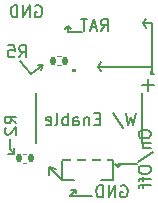
<source format=gbo>
%TF.GenerationSoftware,KiCad,Pcbnew,7.0.7*%
%TF.CreationDate,2023-12-15T10:49:53-05:00*%
%TF.ProjectId,Conference Circuit 1214,436f6e66-6572-4656-9e63-652043697263,rev?*%
%TF.SameCoordinates,Original*%
%TF.FileFunction,Legend,Bot*%
%TF.FilePolarity,Positive*%
%FSLAX46Y46*%
G04 Gerber Fmt 4.6, Leading zero omitted, Abs format (unit mm)*
G04 Created by KiCad (PCBNEW 7.0.7) date 2023-12-15 10:49:53*
%MOMM*%
%LPD*%
G01*
G04 APERTURE LIST*
G04 Aperture macros list*
%AMRoundRect*
0 Rectangle with rounded corners*
0 $1 Rounding radius*
0 $2 $3 $4 $5 $6 $7 $8 $9 X,Y pos of 4 corners*
0 Add a 4 corners polygon primitive as box body*
4,1,4,$2,$3,$4,$5,$6,$7,$8,$9,$2,$3,0*
0 Add four circle primitives for the rounded corners*
1,1,$1+$1,$2,$3*
1,1,$1+$1,$4,$5*
1,1,$1+$1,$6,$7*
1,1,$1+$1,$8,$9*
0 Add four rect primitives between the rounded corners*
20,1,$1+$1,$2,$3,$4,$5,0*
20,1,$1+$1,$4,$5,$6,$7,0*
20,1,$1+$1,$6,$7,$8,$9,0*
20,1,$1+$1,$8,$9,$2,$3,0*%
G04 Aperture macros list end*
%ADD10C,0.150000*%
%ADD11C,0.152400*%
%ADD12C,0.120000*%
%ADD13C,1.200000*%
%ADD14C,1.600200*%
%ADD15R,0.558800X2.286000*%
%ADD16RoundRect,0.135000X-0.135000X-0.185000X0.135000X-0.185000X0.135000X0.185000X-0.135000X0.185000X0*%
G04 APERTURE END LIST*
D10*
X154793300Y-104214600D02*
X153670000Y-103124000D01*
X155321000Y-91440000D02*
X155321000Y-91694000D01*
X155321000Y-91186000D02*
X155575000Y-91440000D01*
X157861000Y-94615000D02*
X161544000Y-94615000D01*
X161544000Y-96139000D02*
X162560000Y-96139000D01*
X153162000Y-94488000D02*
X153035000Y-94869000D01*
X162433000Y-94615000D02*
X162433000Y-95123000D01*
X157861000Y-94615000D02*
X158115000Y-94996000D01*
X150749000Y-101981000D02*
X150749000Y-101473000D01*
X162433000Y-95123000D02*
X162306000Y-95250000D01*
X159512000Y-102997000D02*
X159512000Y-103124000D01*
X162433000Y-90932000D02*
X161671000Y-90932000D01*
X150368000Y-101600000D02*
X150749000Y-101981000D01*
X151257000Y-94107000D02*
X152146000Y-95250000D01*
X155321000Y-91440000D02*
X155321000Y-91186000D01*
X157861000Y-94615000D02*
X158115000Y-94234000D01*
X155448000Y-105537000D02*
X155956000Y-105029000D01*
X155956000Y-105029000D02*
X155575000Y-105029000D01*
X153670000Y-103124000D02*
X154305000Y-103251000D01*
X162306000Y-95250000D02*
X162306000Y-94996000D01*
X162433000Y-94615000D02*
X162433000Y-90932000D01*
X161544000Y-94615000D02*
X162433000Y-94615000D01*
X155321000Y-91694000D02*
X156464000Y-91694000D01*
X161671000Y-90932000D02*
X161925000Y-91313000D01*
X157353000Y-105537000D02*
X155448000Y-105537000D01*
X162052000Y-95631000D02*
X162052000Y-96647000D01*
X152146000Y-95250000D02*
X153162000Y-94488000D01*
X159512000Y-103124000D02*
X159766000Y-102870000D01*
X150368000Y-100711000D02*
X150368000Y-101600000D01*
X162306000Y-95250000D02*
X162560000Y-95250000D01*
X159512000Y-102870000D02*
X161163000Y-102870000D01*
X159512000Y-103124000D02*
X159258000Y-102870000D01*
X153670000Y-103124000D02*
X153670000Y-103759000D01*
X154793300Y-102467422D02*
X159136700Y-102467422D01*
X150749000Y-101981000D02*
X150241000Y-101981000D01*
X161671000Y-90932000D02*
X161925000Y-90551000D01*
X155956000Y-105029000D02*
X155956000Y-105283000D01*
X155321000Y-91186000D02*
X155067000Y-91440000D01*
X153162000Y-94488000D02*
X152781000Y-94488000D01*
X159512000Y-102997000D02*
X159512000Y-102870000D01*
X161048458Y-98564819D02*
X160810363Y-99564819D01*
X160810363Y-99564819D02*
X160619887Y-98850533D01*
X160619887Y-98850533D02*
X160429411Y-99564819D01*
X160429411Y-99564819D02*
X160191316Y-98564819D01*
X159096078Y-98517200D02*
X159953220Y-99802914D01*
X158000839Y-99041009D02*
X157667506Y-99041009D01*
X157524649Y-99564819D02*
X158000839Y-99564819D01*
X158000839Y-99564819D02*
X158000839Y-98564819D01*
X158000839Y-98564819D02*
X157524649Y-98564819D01*
X157096077Y-98898152D02*
X157096077Y-99564819D01*
X157096077Y-98993390D02*
X157048458Y-98945771D01*
X157048458Y-98945771D02*
X156953220Y-98898152D01*
X156953220Y-98898152D02*
X156810363Y-98898152D01*
X156810363Y-98898152D02*
X156715125Y-98945771D01*
X156715125Y-98945771D02*
X156667506Y-99041009D01*
X156667506Y-99041009D02*
X156667506Y-99564819D01*
X155762744Y-99564819D02*
X155762744Y-99041009D01*
X155762744Y-99041009D02*
X155810363Y-98945771D01*
X155810363Y-98945771D02*
X155905601Y-98898152D01*
X155905601Y-98898152D02*
X156096077Y-98898152D01*
X156096077Y-98898152D02*
X156191315Y-98945771D01*
X155762744Y-99517200D02*
X155857982Y-99564819D01*
X155857982Y-99564819D02*
X156096077Y-99564819D01*
X156096077Y-99564819D02*
X156191315Y-99517200D01*
X156191315Y-99517200D02*
X156238934Y-99421961D01*
X156238934Y-99421961D02*
X156238934Y-99326723D01*
X156238934Y-99326723D02*
X156191315Y-99231485D01*
X156191315Y-99231485D02*
X156096077Y-99183866D01*
X156096077Y-99183866D02*
X155857982Y-99183866D01*
X155857982Y-99183866D02*
X155762744Y-99136247D01*
X155286553Y-99564819D02*
X155286553Y-98564819D01*
X155286553Y-98945771D02*
X155191315Y-98898152D01*
X155191315Y-98898152D02*
X155000839Y-98898152D01*
X155000839Y-98898152D02*
X154905601Y-98945771D01*
X154905601Y-98945771D02*
X154857982Y-98993390D01*
X154857982Y-98993390D02*
X154810363Y-99088628D01*
X154810363Y-99088628D02*
X154810363Y-99374342D01*
X154810363Y-99374342D02*
X154857982Y-99469580D01*
X154857982Y-99469580D02*
X154905601Y-99517200D01*
X154905601Y-99517200D02*
X155000839Y-99564819D01*
X155000839Y-99564819D02*
X155191315Y-99564819D01*
X155191315Y-99564819D02*
X155286553Y-99517200D01*
X154238934Y-99564819D02*
X154334172Y-99517200D01*
X154334172Y-99517200D02*
X154381791Y-99421961D01*
X154381791Y-99421961D02*
X154381791Y-98564819D01*
X153477029Y-99517200D02*
X153572267Y-99564819D01*
X153572267Y-99564819D02*
X153762743Y-99564819D01*
X153762743Y-99564819D02*
X153857981Y-99517200D01*
X153857981Y-99517200D02*
X153905600Y-99421961D01*
X153905600Y-99421961D02*
X153905600Y-99041009D01*
X153905600Y-99041009D02*
X153857981Y-98945771D01*
X153857981Y-98945771D02*
X153762743Y-98898152D01*
X153762743Y-98898152D02*
X153572267Y-98898152D01*
X153572267Y-98898152D02*
X153477029Y-98945771D01*
X153477029Y-98945771D02*
X153429410Y-99041009D01*
X153429410Y-99041009D02*
X153429410Y-99136247D01*
X153429410Y-99136247D02*
X153905600Y-99231485D01*
X159794411Y-104708438D02*
X159889649Y-104660819D01*
X159889649Y-104660819D02*
X160032506Y-104660819D01*
X160032506Y-104660819D02*
X160175363Y-104708438D01*
X160175363Y-104708438D02*
X160270601Y-104803676D01*
X160270601Y-104803676D02*
X160318220Y-104898914D01*
X160318220Y-104898914D02*
X160365839Y-105089390D01*
X160365839Y-105089390D02*
X160365839Y-105232247D01*
X160365839Y-105232247D02*
X160318220Y-105422723D01*
X160318220Y-105422723D02*
X160270601Y-105517961D01*
X160270601Y-105517961D02*
X160175363Y-105613200D01*
X160175363Y-105613200D02*
X160032506Y-105660819D01*
X160032506Y-105660819D02*
X159937268Y-105660819D01*
X159937268Y-105660819D02*
X159794411Y-105613200D01*
X159794411Y-105613200D02*
X159746792Y-105565580D01*
X159746792Y-105565580D02*
X159746792Y-105232247D01*
X159746792Y-105232247D02*
X159937268Y-105232247D01*
X159318220Y-105660819D02*
X159318220Y-104660819D01*
X159318220Y-104660819D02*
X158746792Y-105660819D01*
X158746792Y-105660819D02*
X158746792Y-104660819D01*
X158270601Y-105660819D02*
X158270601Y-104660819D01*
X158270601Y-104660819D02*
X158032506Y-104660819D01*
X158032506Y-104660819D02*
X157889649Y-104708438D01*
X157889649Y-104708438D02*
X157794411Y-104803676D01*
X157794411Y-104803676D02*
X157746792Y-104898914D01*
X157746792Y-104898914D02*
X157699173Y-105089390D01*
X157699173Y-105089390D02*
X157699173Y-105232247D01*
X157699173Y-105232247D02*
X157746792Y-105422723D01*
X157746792Y-105422723D02*
X157794411Y-105517961D01*
X157794411Y-105517961D02*
X157889649Y-105613200D01*
X157889649Y-105613200D02*
X158032506Y-105660819D01*
X158032506Y-105660819D02*
X158270601Y-105660819D01*
X158095792Y-91563819D02*
X158429125Y-91087628D01*
X158667220Y-91563819D02*
X158667220Y-90563819D01*
X158667220Y-90563819D02*
X158286268Y-90563819D01*
X158286268Y-90563819D02*
X158191030Y-90611438D01*
X158191030Y-90611438D02*
X158143411Y-90659057D01*
X158143411Y-90659057D02*
X158095792Y-90754295D01*
X158095792Y-90754295D02*
X158095792Y-90897152D01*
X158095792Y-90897152D02*
X158143411Y-90992390D01*
X158143411Y-90992390D02*
X158191030Y-91040009D01*
X158191030Y-91040009D02*
X158286268Y-91087628D01*
X158286268Y-91087628D02*
X158667220Y-91087628D01*
X157714839Y-91278104D02*
X157238649Y-91278104D01*
X157810077Y-91563819D02*
X157476744Y-90563819D01*
X157476744Y-90563819D02*
X157143411Y-91563819D01*
X156952934Y-90563819D02*
X156381506Y-90563819D01*
X156667220Y-91563819D02*
X156667220Y-90563819D01*
X161302819Y-100222255D02*
X161302819Y-100412731D01*
X161302819Y-100412731D02*
X161350438Y-100507969D01*
X161350438Y-100507969D02*
X161445676Y-100603207D01*
X161445676Y-100603207D02*
X161636152Y-100650826D01*
X161636152Y-100650826D02*
X161969485Y-100650826D01*
X161969485Y-100650826D02*
X162159961Y-100603207D01*
X162159961Y-100603207D02*
X162255200Y-100507969D01*
X162255200Y-100507969D02*
X162302819Y-100412731D01*
X162302819Y-100412731D02*
X162302819Y-100222255D01*
X162302819Y-100222255D02*
X162255200Y-100127017D01*
X162255200Y-100127017D02*
X162159961Y-100031779D01*
X162159961Y-100031779D02*
X161969485Y-99984160D01*
X161969485Y-99984160D02*
X161636152Y-99984160D01*
X161636152Y-99984160D02*
X161445676Y-100031779D01*
X161445676Y-100031779D02*
X161350438Y-100127017D01*
X161350438Y-100127017D02*
X161302819Y-100222255D01*
X161636152Y-101079398D02*
X162302819Y-101079398D01*
X161731390Y-101079398D02*
X161683771Y-101127017D01*
X161683771Y-101127017D02*
X161636152Y-101222255D01*
X161636152Y-101222255D02*
X161636152Y-101365112D01*
X161636152Y-101365112D02*
X161683771Y-101460350D01*
X161683771Y-101460350D02*
X161779009Y-101507969D01*
X161779009Y-101507969D02*
X162302819Y-101507969D01*
X161255200Y-102698445D02*
X162540914Y-101841303D01*
X161302819Y-103222255D02*
X161302819Y-103412731D01*
X161302819Y-103412731D02*
X161350438Y-103507969D01*
X161350438Y-103507969D02*
X161445676Y-103603207D01*
X161445676Y-103603207D02*
X161636152Y-103650826D01*
X161636152Y-103650826D02*
X161969485Y-103650826D01*
X161969485Y-103650826D02*
X162159961Y-103603207D01*
X162159961Y-103603207D02*
X162255200Y-103507969D01*
X162255200Y-103507969D02*
X162302819Y-103412731D01*
X162302819Y-103412731D02*
X162302819Y-103222255D01*
X162302819Y-103222255D02*
X162255200Y-103127017D01*
X162255200Y-103127017D02*
X162159961Y-103031779D01*
X162159961Y-103031779D02*
X161969485Y-102984160D01*
X161969485Y-102984160D02*
X161636152Y-102984160D01*
X161636152Y-102984160D02*
X161445676Y-103031779D01*
X161445676Y-103031779D02*
X161350438Y-103127017D01*
X161350438Y-103127017D02*
X161302819Y-103222255D01*
X161636152Y-103936541D02*
X161636152Y-104317493D01*
X162302819Y-104079398D02*
X161445676Y-104079398D01*
X161445676Y-104079398D02*
X161350438Y-104127017D01*
X161350438Y-104127017D02*
X161302819Y-104222255D01*
X161302819Y-104222255D02*
X161302819Y-104317493D01*
X161636152Y-104507970D02*
X161636152Y-104888922D01*
X162302819Y-104650827D02*
X161445676Y-104650827D01*
X161445676Y-104650827D02*
X161350438Y-104698446D01*
X161350438Y-104698446D02*
X161302819Y-104793684D01*
X161302819Y-104793684D02*
X161302819Y-104888922D01*
X152555411Y-89468438D02*
X152650649Y-89420819D01*
X152650649Y-89420819D02*
X152793506Y-89420819D01*
X152793506Y-89420819D02*
X152936363Y-89468438D01*
X152936363Y-89468438D02*
X153031601Y-89563676D01*
X153031601Y-89563676D02*
X153079220Y-89658914D01*
X153079220Y-89658914D02*
X153126839Y-89849390D01*
X153126839Y-89849390D02*
X153126839Y-89992247D01*
X153126839Y-89992247D02*
X153079220Y-90182723D01*
X153079220Y-90182723D02*
X153031601Y-90277961D01*
X153031601Y-90277961D02*
X152936363Y-90373200D01*
X152936363Y-90373200D02*
X152793506Y-90420819D01*
X152793506Y-90420819D02*
X152698268Y-90420819D01*
X152698268Y-90420819D02*
X152555411Y-90373200D01*
X152555411Y-90373200D02*
X152507792Y-90325580D01*
X152507792Y-90325580D02*
X152507792Y-89992247D01*
X152507792Y-89992247D02*
X152698268Y-89992247D01*
X152079220Y-90420819D02*
X152079220Y-89420819D01*
X152079220Y-89420819D02*
X151507792Y-90420819D01*
X151507792Y-90420819D02*
X151507792Y-89420819D01*
X151031601Y-90420819D02*
X151031601Y-89420819D01*
X151031601Y-89420819D02*
X150793506Y-89420819D01*
X150793506Y-89420819D02*
X150650649Y-89468438D01*
X150650649Y-89468438D02*
X150555411Y-89563676D01*
X150555411Y-89563676D02*
X150507792Y-89658914D01*
X150507792Y-89658914D02*
X150460173Y-89849390D01*
X150460173Y-89849390D02*
X150460173Y-89992247D01*
X150460173Y-89992247D02*
X150507792Y-90182723D01*
X150507792Y-90182723D02*
X150555411Y-90277961D01*
X150555411Y-90277961D02*
X150650649Y-90373200D01*
X150650649Y-90373200D02*
X150793506Y-90420819D01*
X150793506Y-90420819D02*
X151031601Y-90420819D01*
X151169666Y-93799819D02*
X151502999Y-93323628D01*
X151741094Y-93799819D02*
X151741094Y-92799819D01*
X151741094Y-92799819D02*
X151360142Y-92799819D01*
X151360142Y-92799819D02*
X151264904Y-92847438D01*
X151264904Y-92847438D02*
X151217285Y-92895057D01*
X151217285Y-92895057D02*
X151169666Y-92990295D01*
X151169666Y-92990295D02*
X151169666Y-93133152D01*
X151169666Y-93133152D02*
X151217285Y-93228390D01*
X151217285Y-93228390D02*
X151264904Y-93276009D01*
X151264904Y-93276009D02*
X151360142Y-93323628D01*
X151360142Y-93323628D02*
X151741094Y-93323628D01*
X150264904Y-92799819D02*
X150741094Y-92799819D01*
X150741094Y-92799819D02*
X150788713Y-93276009D01*
X150788713Y-93276009D02*
X150741094Y-93228390D01*
X150741094Y-93228390D02*
X150645856Y-93180771D01*
X150645856Y-93180771D02*
X150407761Y-93180771D01*
X150407761Y-93180771D02*
X150312523Y-93228390D01*
X150312523Y-93228390D02*
X150264904Y-93276009D01*
X150264904Y-93276009D02*
X150217285Y-93371247D01*
X150217285Y-93371247D02*
X150217285Y-93609342D01*
X150217285Y-93609342D02*
X150264904Y-93704580D01*
X150264904Y-93704580D02*
X150312523Y-93752200D01*
X150312523Y-93752200D02*
X150407761Y-93799819D01*
X150407761Y-93799819D02*
X150645856Y-93799819D01*
X150645856Y-93799819D02*
X150741094Y-93752200D01*
X150741094Y-93752200D02*
X150788713Y-93704580D01*
X150949819Y-99401333D02*
X150473628Y-99068000D01*
X150949819Y-98829905D02*
X149949819Y-98829905D01*
X149949819Y-98829905D02*
X149949819Y-99210857D01*
X149949819Y-99210857D02*
X149997438Y-99306095D01*
X149997438Y-99306095D02*
X150045057Y-99353714D01*
X150045057Y-99353714D02*
X150140295Y-99401333D01*
X150140295Y-99401333D02*
X150283152Y-99401333D01*
X150283152Y-99401333D02*
X150378390Y-99353714D01*
X150378390Y-99353714D02*
X150426009Y-99306095D01*
X150426009Y-99306095D02*
X150473628Y-99210857D01*
X150473628Y-99210857D02*
X150473628Y-98829905D01*
X150045057Y-99782286D02*
X149997438Y-99829905D01*
X149997438Y-99829905D02*
X149949819Y-99925143D01*
X149949819Y-99925143D02*
X149949819Y-100163238D01*
X149949819Y-100163238D02*
X149997438Y-100258476D01*
X149997438Y-100258476D02*
X150045057Y-100306095D01*
X150045057Y-100306095D02*
X150140295Y-100353714D01*
X150140295Y-100353714D02*
X150235533Y-100353714D01*
X150235533Y-100353714D02*
X150378390Y-100306095D01*
X150378390Y-100306095D02*
X150949819Y-99734667D01*
X150949819Y-99734667D02*
X150949819Y-100353714D01*
D11*
%TO.C,BT1*%
X159136700Y-104214600D02*
X158074863Y-104214600D01*
X159136700Y-102467422D02*
X159136700Y-104214600D01*
X155855137Y-104214600D02*
X154793300Y-104214600D01*
X154793300Y-104214600D02*
X154793300Y-102467422D01*
%TO.C,U1*%
X152603200Y-101053900D02*
X152603200Y-96812100D01*
X161594800Y-96812100D02*
X161594800Y-101053900D01*
G36*
X156019500Y-95021400D02*
G01*
X155638500Y-95021400D01*
X155638500Y-94767400D01*
X156019500Y-94767400D01*
X156019500Y-95021400D01*
G37*
D12*
%TO.C,R5*%
X154405359Y-93727000D02*
X154712641Y-93727000D01*
X154405359Y-94487000D02*
X154712641Y-94487000D01*
%TO.C,R2*%
X151484359Y-101982000D02*
X151791641Y-101982000D01*
X151484359Y-102742000D02*
X151791641Y-102742000D01*
%TD*%
%LPC*%
D13*
%TO.C,TP3*%
X151384000Y-91313000D03*
X151384000Y-91313000D03*
%TD*%
%TO.C,TP4*%
X160401000Y-104013000D03*
X160401000Y-104013000D03*
%TD*%
%TO.C,TP2*%
X155448000Y-90170000D03*
X155448000Y-90170000D03*
%TD*%
%TO.C,TP1*%
X160655000Y-90805000D03*
X160655000Y-90805000D03*
%TD*%
D14*
%TO.C,BT1*%
X156965000Y-93987595D03*
X156965000Y-103987595D03*
%TD*%
D15*
%TO.C,U1*%
X160909000Y-101447600D03*
X159639000Y-101447600D03*
X158369000Y-101447600D03*
X157099000Y-101447600D03*
X155829000Y-101447600D03*
X154559000Y-101447600D03*
X153289000Y-101447600D03*
X153289000Y-96418400D03*
X154559000Y-96418400D03*
X155829000Y-96418400D03*
X157099000Y-96418400D03*
X158369000Y-96418400D03*
X159639000Y-96418400D03*
X160909000Y-96418400D03*
%TD*%
D16*
%TO.C,R5*%
X154049000Y-94107000D03*
X155069000Y-94107000D03*
%TD*%
%TO.C,R2*%
X151128000Y-102362000D03*
X152148000Y-102362000D03*
%TD*%
%LPD*%
M02*

</source>
